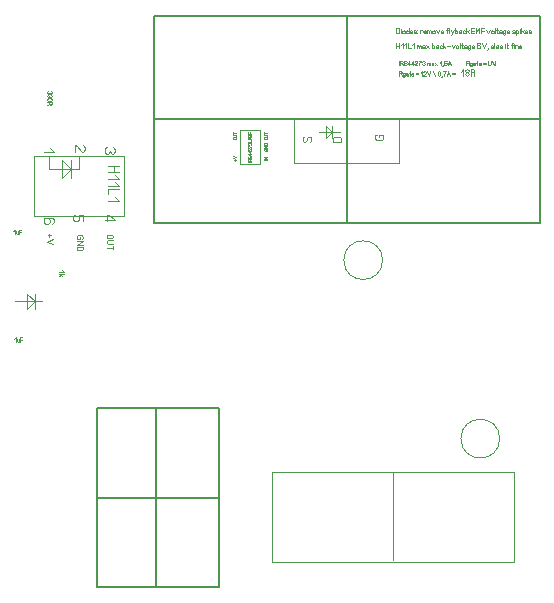
<source format=gbr>
%FSLAX32Y32*%
%MOMM*%
%LNBESTUECKUNG1*%
G71*
G01*
%ADD10C, 0.05*%
%ADD11C, 0.11*%
%ADD12C, 0.07*%
%ADD13C, 0.04*%
%ADD14C, 0.06*%
%ADD15C, 0.10*%
%ADD16C, 0.03*%
%ADD17C, 0.09*%
%ADD18C, 0.02*%
%ADD19C, 0.20*%
%LPD*%
G54D10*
X681Y3273D02*
X681Y3781D01*
X1443Y3781D01*
X1443Y3273D01*
X681Y3273D01*
G54D11*
X816Y3844D02*
X850Y3811D01*
X761Y3811D01*
G54D11*
X1023Y3815D02*
X1023Y3868D01*
X1028Y3868D01*
X1039Y3861D01*
X1073Y3821D01*
X1084Y3815D01*
X1095Y3815D01*
X1106Y3821D01*
X1112Y3835D01*
X1112Y3848D01*
X1106Y3861D01*
X1095Y3868D01*
G54D11*
X1349Y3852D02*
X1360Y3846D01*
X1366Y3832D01*
X1366Y3819D01*
X1360Y3806D01*
X1349Y3799D01*
X1338Y3799D01*
X1327Y3806D01*
X1321Y3819D01*
X1316Y3806D01*
X1304Y3799D01*
X1293Y3799D01*
X1282Y3806D01*
X1277Y3819D01*
X1277Y3832D01*
X1282Y3846D01*
X1293Y3852D01*
G54D11*
X1277Y3241D02*
X1366Y3241D01*
X1310Y3281D01*
X1299Y3281D01*
X1299Y3227D01*
G54D11*
X1096Y3227D02*
X1096Y3281D01*
X1057Y3281D01*
X1057Y3274D01*
X1062Y3261D01*
X1062Y3247D01*
X1057Y3234D01*
X1046Y3227D01*
X1023Y3227D01*
X1012Y3234D01*
X1007Y3247D01*
X1007Y3261D01*
X1012Y3274D01*
X1023Y3281D01*
G54D11*
X833Y3204D02*
X844Y3210D01*
X850Y3224D01*
X850Y3237D01*
X844Y3250D01*
X833Y3257D01*
X805Y3257D01*
X800Y3257D01*
X811Y3237D01*
X811Y3224D01*
X805Y3210D01*
X794Y3204D01*
X777Y3204D01*
X766Y3210D01*
X761Y3224D01*
X761Y3237D01*
X766Y3250D01*
X777Y3257D01*
X805Y3257D01*
G54D10*
X991Y3749D02*
X991Y3590D01*
G54D10*
X991Y3670D02*
X912Y3749D01*
X912Y3590D01*
X991Y3670D01*
G54D10*
X1062Y3781D02*
X1062Y3670D01*
G54D10*
X808Y3781D02*
X808Y3670D01*
X1062Y3670D01*
G54D12*
X1336Y3082D02*
X1303Y3082D01*
X1296Y3086D01*
X1293Y3094D01*
X1293Y3102D01*
X1296Y3110D01*
X1303Y3114D01*
X1336Y3114D01*
X1343Y3110D01*
X1346Y3102D01*
X1346Y3094D01*
X1343Y3086D01*
X1336Y3082D01*
G54D12*
X1346Y3067D02*
X1303Y3067D01*
X1296Y3063D01*
X1293Y3055D01*
X1293Y3047D01*
X1296Y3039D01*
X1303Y3035D01*
X1346Y3035D01*
G54D12*
X1293Y3004D02*
X1346Y3004D01*
G54D12*
X1346Y3020D02*
X1346Y2988D01*
G54D12*
X808Y3122D02*
X808Y3090D01*
G54D12*
X821Y3106D02*
X795Y3106D01*
G54D12*
X838Y3075D02*
X785Y3055D01*
X838Y3035D01*
G54D12*
X1065Y3090D02*
X1065Y3074D01*
X1049Y3074D01*
X1042Y3078D01*
X1039Y3086D01*
X1039Y3094D01*
X1042Y3102D01*
X1049Y3106D01*
X1082Y3106D01*
X1089Y3102D01*
X1092Y3094D01*
X1092Y3086D01*
X1089Y3078D01*
X1082Y3074D01*
G54D12*
X1039Y3059D02*
X1092Y3059D01*
X1039Y3027D01*
X1092Y3027D01*
G54D12*
X1039Y3012D02*
X1092Y3012D01*
X1092Y2992D01*
X1089Y2984D01*
X1082Y2980D01*
X1049Y2980D01*
X1042Y2984D01*
X1039Y2992D01*
X1039Y3012D01*
G54D11*
X1308Y3693D02*
X1397Y3693D01*
G54D11*
X1308Y3640D02*
X1397Y3640D01*
G54D11*
X1353Y3693D02*
X1353Y3640D01*
G54D11*
X1364Y3616D02*
X1397Y3583D01*
X1308Y3583D01*
G54D11*
X1364Y3559D02*
X1397Y3526D01*
X1308Y3526D01*
G54D11*
X1397Y3502D02*
X1308Y3502D01*
X1308Y3456D01*
G54D11*
X1364Y3431D02*
X1397Y3398D01*
X1308Y3398D01*
G54D12*
X687Y2487D02*
X687Y2614D01*
G54D12*
X520Y2551D02*
X743Y2551D01*
G54D12*
X687Y2551D02*
X623Y2487D01*
X623Y2614D01*
X687Y2551D01*
G54D13*
X821Y4328D02*
X826Y4326D01*
X828Y4320D01*
X828Y4315D01*
X826Y4310D01*
X821Y4307D01*
X817Y4307D01*
X813Y4310D01*
X810Y4315D01*
X808Y4310D01*
X804Y4307D01*
X799Y4307D01*
X795Y4310D01*
X793Y4315D01*
X793Y4320D01*
X795Y4326D01*
X799Y4328D01*
G54D13*
X821Y4297D02*
X826Y4295D01*
X828Y4289D01*
X828Y4284D01*
X826Y4279D01*
X821Y4276D01*
X817Y4276D01*
X813Y4279D01*
X810Y4284D01*
X808Y4279D01*
X804Y4276D01*
X799Y4276D01*
X795Y4279D01*
X793Y4284D01*
X793Y4289D01*
X795Y4295D01*
X799Y4297D01*
G54D13*
X821Y4245D02*
X799Y4245D01*
X795Y4248D01*
X793Y4253D01*
X793Y4258D01*
X795Y4264D01*
X799Y4266D01*
X821Y4266D01*
X826Y4264D01*
X828Y4258D01*
X828Y4253D01*
X826Y4248D01*
X821Y4245D01*
G54D13*
X810Y4225D02*
X806Y4217D01*
X801Y4214D01*
X793Y4214D01*
G54D13*
X793Y4235D02*
X828Y4235D01*
X828Y4222D01*
X826Y4217D01*
X821Y4214D01*
X817Y4214D01*
X813Y4217D01*
X810Y4222D01*
X810Y4235D01*
G54D14*
X3746Y4817D02*
X3746Y4862D01*
X3763Y4862D01*
X3770Y4859D01*
X3773Y4854D01*
X3773Y4826D01*
X3770Y4820D01*
X3763Y4817D01*
X3746Y4817D01*
G54D14*
X3786Y4817D02*
X3786Y4842D01*
G54D14*
X3786Y4851D02*
X3786Y4851D01*
G54D14*
X3818Y4824D02*
X3818Y4835D01*
X3814Y4841D01*
X3808Y4842D01*
X3801Y4841D01*
X3798Y4835D01*
X3798Y4824D01*
X3801Y4819D01*
X3808Y4817D01*
X3814Y4819D01*
X3818Y4824D01*
G54D14*
X3850Y4817D02*
X3850Y4862D01*
G54D14*
X3850Y4835D02*
X3846Y4841D01*
X3840Y4842D01*
X3833Y4841D01*
X3830Y4835D01*
X3830Y4824D01*
X3833Y4819D01*
X3840Y4817D01*
X3846Y4819D01*
X3850Y4824D01*
G54D14*
X3882Y4820D02*
X3876Y4817D01*
X3870Y4817D01*
X3863Y4820D01*
X3862Y4826D01*
X3862Y4835D01*
X3865Y4841D01*
X3872Y4842D01*
X3878Y4841D01*
X3882Y4837D01*
X3882Y4831D01*
X3862Y4831D01*
G54D14*
X3894Y4820D02*
X3900Y4817D01*
X3907Y4817D01*
X3914Y4820D01*
X3914Y4826D01*
X3910Y4829D01*
X3897Y4831D01*
X3894Y4834D01*
X3894Y4840D01*
X3900Y4842D01*
X3907Y4842D01*
X3914Y4840D01*
G54D14*
X3926Y4817D02*
X3926Y4817D01*
G54D14*
X3926Y4842D02*
X3926Y4842D01*
G54D14*
X3950Y4817D02*
X3950Y4842D01*
G54D14*
X3950Y4837D02*
X3957Y4842D01*
X3964Y4842D01*
G54D14*
X3996Y4820D02*
X3990Y4817D01*
X3984Y4817D01*
X3977Y4820D01*
X3976Y4826D01*
X3976Y4835D01*
X3979Y4841D01*
X3986Y4842D01*
X3992Y4841D01*
X3996Y4837D01*
X3996Y4831D01*
X3976Y4831D01*
G54D14*
X4008Y4817D02*
X4008Y4842D01*
G54D14*
X4008Y4838D02*
X4014Y4842D01*
X4021Y4841D01*
X4024Y4837D01*
X4024Y4817D01*
G54D14*
X4024Y4838D02*
X4031Y4842D01*
X4038Y4841D01*
X4041Y4837D01*
X4041Y4817D01*
G54D14*
X4072Y4824D02*
X4072Y4835D01*
X4069Y4841D01*
X4062Y4842D01*
X4056Y4841D01*
X4052Y4835D01*
X4052Y4824D01*
X4056Y4819D01*
X4062Y4817D01*
X4069Y4819D01*
X4072Y4824D01*
G54D14*
X4084Y4842D02*
X4098Y4817D01*
X4111Y4842D01*
G54D14*
X4144Y4820D02*
X4138Y4817D01*
X4132Y4817D01*
X4125Y4820D01*
X4124Y4826D01*
X4124Y4835D01*
X4127Y4841D01*
X4134Y4842D01*
X4140Y4841D01*
X4144Y4837D01*
X4144Y4831D01*
X4124Y4831D01*
G54D14*
X4175Y4817D02*
X4175Y4859D01*
X4178Y4862D01*
X4182Y4860D01*
G54D14*
X4168Y4842D02*
X4182Y4842D01*
G54D14*
X4194Y4817D02*
X4194Y4862D01*
G54D14*
X4206Y4842D02*
X4219Y4817D01*
X4232Y4842D01*
G54D14*
X4219Y4817D02*
X4216Y4809D01*
X4212Y4806D01*
X4209Y4806D01*
G54D14*
X4244Y4817D02*
X4244Y4862D01*
G54D14*
X4244Y4835D02*
X4248Y4841D01*
X4254Y4842D01*
X4261Y4841D01*
X4264Y4835D01*
X4264Y4824D01*
X4261Y4819D01*
X4254Y4817D01*
X4248Y4819D01*
X4244Y4824D01*
G54D14*
X4276Y4840D02*
X4283Y4842D01*
X4291Y4842D01*
X4296Y4837D01*
X4296Y4817D01*
G54D14*
X4296Y4826D02*
X4293Y4831D01*
X4286Y4832D01*
X4280Y4831D01*
X4276Y4826D01*
X4278Y4820D01*
X4283Y4817D01*
X4286Y4817D01*
X4288Y4817D01*
X4293Y4820D01*
X4296Y4826D01*
G54D14*
X4325Y4841D02*
X4318Y4842D01*
X4312Y4841D01*
X4308Y4835D01*
X4308Y4824D01*
X4312Y4819D01*
X4318Y4817D01*
X4325Y4819D01*
G54D14*
X4338Y4817D02*
X4338Y4862D01*
G54D14*
X4348Y4834D02*
X4358Y4817D01*
G54D14*
X4338Y4829D02*
X4358Y4842D01*
G54D14*
X4406Y4817D02*
X4382Y4817D01*
X4382Y4862D01*
X4406Y4862D01*
G54D14*
X4382Y4840D02*
X4406Y4840D01*
G54D14*
X4418Y4817D02*
X4418Y4862D01*
X4434Y4834D01*
X4451Y4862D01*
X4451Y4817D01*
G54D14*
X4462Y4817D02*
X4462Y4862D01*
X4486Y4862D01*
G54D14*
X4462Y4840D02*
X4486Y4840D01*
G54D14*
X4510Y4842D02*
X4524Y4817D01*
X4537Y4842D01*
G54D14*
X4570Y4824D02*
X4570Y4835D01*
X4566Y4841D01*
X4560Y4842D01*
X4553Y4841D01*
X4550Y4835D01*
X4550Y4824D01*
X4553Y4819D01*
X4560Y4817D01*
X4566Y4819D01*
X4570Y4824D01*
G54D14*
X4582Y4817D02*
X4582Y4862D01*
G54D14*
X4600Y4862D02*
X4600Y4820D01*
X4604Y4817D01*
X4607Y4819D01*
G54D14*
X4594Y4842D02*
X4607Y4842D01*
G54D14*
X4618Y4840D02*
X4625Y4842D01*
X4633Y4842D01*
X4638Y4837D01*
X4638Y4817D01*
G54D14*
X4638Y4826D02*
X4635Y4831D01*
X4628Y4832D01*
X4622Y4831D01*
X4618Y4826D01*
X4620Y4820D01*
X4625Y4817D01*
X4628Y4817D01*
X4630Y4817D01*
X4635Y4820D01*
X4638Y4826D01*
G54D14*
X4650Y4809D02*
X4657Y4806D01*
X4662Y4806D01*
X4668Y4809D01*
X4670Y4815D01*
X4670Y4842D01*
G54D14*
X4670Y4835D02*
X4667Y4841D01*
X4660Y4842D01*
X4654Y4841D01*
X4650Y4835D01*
X4650Y4824D01*
X4654Y4819D01*
X4660Y4817D01*
X4667Y4819D01*
X4670Y4824D01*
G54D14*
X4702Y4820D02*
X4697Y4817D01*
X4690Y4817D01*
X4684Y4820D01*
X4682Y4826D01*
X4682Y4835D01*
X4686Y4841D01*
X4692Y4842D01*
X4699Y4841D01*
X4702Y4837D01*
X4702Y4831D01*
X4682Y4831D01*
G54D14*
X4728Y4820D02*
X4734Y4817D01*
X4741Y4817D01*
X4748Y4820D01*
X4748Y4826D01*
X4744Y4829D01*
X4731Y4831D01*
X4728Y4834D01*
X4728Y4840D01*
X4734Y4842D01*
X4741Y4842D01*
X4748Y4840D01*
G54D14*
X4760Y4842D02*
X4760Y4806D01*
G54D14*
X4760Y4826D02*
X4763Y4819D01*
X4770Y4817D01*
X4776Y4819D01*
X4780Y4824D01*
X4780Y4835D01*
X4776Y4841D01*
X4770Y4842D01*
X4763Y4841D01*
X4760Y4834D01*
G54D14*
X4792Y4817D02*
X4792Y4842D01*
G54D14*
X4792Y4851D02*
X4792Y4851D01*
G54D14*
X4804Y4817D02*
X4804Y4862D01*
G54D14*
X4814Y4834D02*
X4824Y4817D01*
G54D14*
X4804Y4829D02*
X4824Y4842D01*
G54D14*
X4856Y4820D02*
X4850Y4817D01*
X4844Y4817D01*
X4837Y4820D01*
X4836Y4826D01*
X4836Y4835D01*
X4839Y4841D01*
X4846Y4842D01*
X4852Y4841D01*
X4856Y4837D01*
X4856Y4831D01*
X4836Y4831D01*
G54D14*
X4868Y4820D02*
X4874Y4817D01*
X4881Y4817D01*
X4888Y4820D01*
X4888Y4826D01*
X4884Y4829D01*
X4871Y4831D01*
X4868Y4834D01*
X4868Y4840D01*
X4874Y4842D01*
X4881Y4842D01*
X4888Y4840D01*
G54D14*
X3746Y4690D02*
X3746Y4735D01*
G54D14*
X3773Y4690D02*
X3773Y4735D01*
G54D14*
X3746Y4713D02*
X3773Y4713D01*
G54D14*
X3786Y4718D02*
X3802Y4735D01*
X3802Y4690D01*
G54D14*
X3814Y4718D02*
X3831Y4735D01*
X3831Y4690D01*
G54D14*
X3844Y4735D02*
X3844Y4690D01*
X3867Y4690D01*
G54D14*
X3878Y4718D02*
X3895Y4735D01*
X3895Y4690D01*
G54D14*
X3920Y4690D02*
X3920Y4715D01*
G54D14*
X3920Y4711D02*
X3927Y4715D01*
X3934Y4714D01*
X3937Y4710D01*
X3937Y4690D01*
G54D14*
X3937Y4711D02*
X3944Y4715D01*
X3950Y4714D01*
X3954Y4710D01*
X3954Y4690D01*
G54D14*
X3966Y4713D02*
X3972Y4715D01*
X3980Y4715D01*
X3986Y4710D01*
X3986Y4690D01*
G54D14*
X3986Y4699D02*
X3982Y4704D01*
X3976Y4705D01*
X3969Y4704D01*
X3966Y4699D01*
X3967Y4693D01*
X3972Y4690D01*
X3976Y4690D01*
X3977Y4690D01*
X3982Y4693D01*
X3986Y4699D01*
G54D14*
X3998Y4715D02*
X4024Y4690D01*
G54D14*
X3998Y4690D02*
X4024Y4715D01*
G54D14*
X4050Y4690D02*
X4050Y4735D01*
G54D14*
X4050Y4708D02*
X4053Y4714D01*
X4060Y4715D01*
X4066Y4714D01*
X4070Y4708D01*
X4070Y4697D01*
X4066Y4692D01*
X4060Y4690D01*
X4053Y4692D01*
X4050Y4697D01*
G54D14*
X4082Y4713D02*
X4088Y4715D01*
X4096Y4715D01*
X4102Y4710D01*
X4102Y4690D01*
G54D14*
X4102Y4699D02*
X4098Y4704D01*
X4092Y4705D01*
X4085Y4704D01*
X4082Y4699D01*
X4083Y4693D01*
X4088Y4690D01*
X4092Y4690D01*
X4093Y4690D01*
X4098Y4693D01*
X4102Y4699D01*
G54D14*
X4130Y4714D02*
X4124Y4715D01*
X4117Y4714D01*
X4114Y4708D01*
X4114Y4697D01*
X4117Y4692D01*
X4124Y4690D01*
X4130Y4692D01*
G54D14*
X4142Y4690D02*
X4142Y4735D01*
G54D14*
X4152Y4707D02*
X4162Y4690D01*
G54D14*
X4142Y4702D02*
X4162Y4715D01*
G54D14*
X4174Y4710D02*
X4201Y4710D01*
G54D14*
X4214Y4715D02*
X4227Y4690D01*
X4240Y4715D01*
G54D14*
X4272Y4697D02*
X4272Y4708D01*
X4269Y4714D01*
X4262Y4715D01*
X4256Y4714D01*
X4252Y4708D01*
X4252Y4697D01*
X4256Y4692D01*
X4262Y4690D01*
X4269Y4692D01*
X4272Y4697D01*
G54D14*
X4284Y4690D02*
X4284Y4735D01*
G54D14*
X4303Y4735D02*
X4303Y4693D01*
X4306Y4690D01*
X4310Y4692D01*
G54D14*
X4296Y4715D02*
X4310Y4715D01*
G54D14*
X4322Y4713D02*
X4328Y4715D01*
X4336Y4715D01*
X4342Y4710D01*
X4342Y4690D01*
G54D14*
X4342Y4699D02*
X4338Y4704D01*
X4332Y4705D01*
X4325Y4704D01*
X4322Y4699D01*
X4323Y4693D01*
X4328Y4690D01*
X4332Y4690D01*
X4333Y4690D01*
X4338Y4693D01*
X4342Y4699D01*
G54D14*
X4354Y4682D02*
X4360Y4679D01*
X4365Y4679D01*
X4372Y4682D01*
X4374Y4688D01*
X4374Y4715D01*
G54D14*
X4374Y4708D02*
X4370Y4714D01*
X4364Y4715D01*
X4357Y4714D01*
X4354Y4708D01*
X4354Y4697D01*
X4357Y4692D01*
X4364Y4690D01*
X4370Y4692D01*
X4374Y4697D01*
G54D14*
X4406Y4693D02*
X4400Y4690D01*
X4394Y4690D01*
X4387Y4693D01*
X4386Y4699D01*
X4386Y4708D01*
X4389Y4714D01*
X4396Y4715D01*
X4402Y4714D01*
X4406Y4710D01*
X4406Y4704D01*
X4386Y4704D01*
G54D14*
X4457Y4727D02*
X4454Y4732D01*
X4447Y4735D01*
X4440Y4735D01*
X4434Y4732D01*
X4430Y4727D01*
X4430Y4713D01*
X4430Y4710D01*
X4440Y4715D01*
X4447Y4715D01*
X4454Y4713D01*
X4457Y4707D01*
X4457Y4699D01*
X4454Y4693D01*
X4447Y4690D01*
X4440Y4690D01*
X4434Y4693D01*
X4430Y4699D01*
X4430Y4713D01*
G54D14*
X4470Y4735D02*
X4486Y4690D01*
X4503Y4735D01*
G54D14*
X4521Y4690D02*
X4521Y4685D01*
X4518Y4679D01*
X4514Y4679D01*
G54D14*
X4566Y4693D02*
X4561Y4690D01*
X4554Y4690D01*
X4548Y4693D01*
X4546Y4699D01*
X4546Y4708D01*
X4550Y4714D01*
X4556Y4715D01*
X4563Y4714D01*
X4566Y4710D01*
X4566Y4704D01*
X4546Y4704D01*
G54D14*
X4578Y4690D02*
X4578Y4735D01*
G54D14*
X4590Y4693D02*
X4597Y4690D01*
X4604Y4690D01*
X4610Y4693D01*
X4610Y4699D01*
X4607Y4702D01*
X4594Y4704D01*
X4590Y4707D01*
X4590Y4713D01*
X4597Y4715D01*
X4604Y4715D01*
X4610Y4713D01*
G54D14*
X4642Y4693D02*
X4637Y4690D01*
X4630Y4690D01*
X4624Y4693D01*
X4622Y4699D01*
X4622Y4708D01*
X4626Y4714D01*
X4632Y4715D01*
X4639Y4714D01*
X4642Y4710D01*
X4642Y4704D01*
X4622Y4704D01*
G54D14*
X4668Y4690D02*
X4668Y4715D01*
G54D14*
X4668Y4724D02*
X4668Y4724D01*
G54D14*
X4686Y4735D02*
X4686Y4693D01*
X4690Y4690D01*
X4693Y4692D01*
G54D14*
X4680Y4715D02*
X4693Y4715D01*
G54D14*
X4724Y4690D02*
X4724Y4732D01*
X4728Y4735D01*
X4731Y4733D01*
G54D14*
X4718Y4715D02*
X4731Y4715D01*
G54D14*
X4742Y4690D02*
X4742Y4715D01*
G54D14*
X4742Y4724D02*
X4742Y4724D01*
G54D14*
X4754Y4690D02*
X4754Y4715D01*
G54D14*
X4754Y4710D02*
X4761Y4715D01*
X4768Y4715D01*
G54D14*
X4800Y4693D02*
X4794Y4690D01*
X4788Y4690D01*
X4781Y4693D01*
X4780Y4699D01*
X4780Y4708D01*
X4783Y4714D01*
X4790Y4715D01*
X4796Y4714D01*
X4800Y4710D01*
X4800Y4704D01*
X4780Y4704D01*
G54D14*
X916Y2812D02*
X932Y2796D01*
X888Y2796D01*
G54D14*
X888Y2783D02*
X932Y2783D01*
G54D14*
X904Y2773D02*
X888Y2763D01*
G54D14*
X899Y2783D02*
X913Y2763D01*
G54D13*
X505Y3143D02*
X519Y3156D01*
X519Y3120D01*
G54D13*
X544Y3140D02*
X544Y3120D01*
G54D13*
X544Y3125D02*
X542Y3121D01*
X536Y3120D01*
X531Y3121D01*
X528Y3125D01*
X528Y3140D01*
G54D13*
X554Y3120D02*
X554Y3156D01*
X573Y3156D01*
G54D13*
X554Y3138D02*
X573Y3138D01*
G54D15*
X2420Y3713D02*
X2595Y3713D01*
X2595Y3999D01*
X2420Y3999D01*
X2420Y3713D01*
G54D16*
X2381Y3739D02*
X2381Y3755D01*
G54D16*
X2374Y3747D02*
X2388Y3747D01*
G54D16*
X2366Y3762D02*
X2393Y3772D01*
X2366Y3782D01*
G54D16*
X2371Y3937D02*
X2388Y3937D01*
X2391Y3935D01*
X2393Y3931D01*
X2393Y3927D01*
X2391Y3923D01*
X2388Y3921D01*
X2371Y3921D01*
X2368Y3923D01*
X2366Y3927D01*
X2366Y3931D01*
X2368Y3935D01*
X2371Y3937D01*
G54D16*
X2366Y3944D02*
X2388Y3944D01*
X2391Y3946D01*
X2393Y3950D01*
X2393Y3954D01*
X2391Y3958D01*
X2388Y3960D01*
X2366Y3960D01*
G54D16*
X2393Y3975D02*
X2366Y3975D01*
G54D16*
X2366Y3967D02*
X2366Y3983D01*
G54D16*
X2655Y3749D02*
X2628Y3749D01*
G54D16*
X2655Y3756D02*
X2628Y3756D01*
X2655Y3772D01*
X2628Y3772D01*
G54D16*
X2641Y3833D02*
X2641Y3841D01*
X2650Y3841D01*
X2653Y3839D01*
X2655Y3835D01*
X2655Y3831D01*
X2653Y3827D01*
X2650Y3825D01*
X2633Y3825D01*
X2630Y3827D01*
X2628Y3831D01*
X2628Y3835D01*
X2630Y3839D01*
X2633Y3841D01*
G54D16*
X2655Y3848D02*
X2628Y3848D01*
X2655Y3864D01*
X2628Y3864D01*
G54D16*
X2655Y3871D02*
X2628Y3871D01*
X2628Y3881D01*
X2630Y3885D01*
X2633Y3887D01*
X2650Y3887D01*
X2653Y3885D01*
X2655Y3881D01*
X2655Y3871D01*
G54D16*
X2633Y3937D02*
X2650Y3937D01*
X2653Y3935D01*
X2655Y3931D01*
X2655Y3927D01*
X2653Y3923D01*
X2650Y3921D01*
X2633Y3921D01*
X2630Y3923D01*
X2628Y3927D01*
X2628Y3931D01*
X2630Y3935D01*
X2633Y3937D01*
G54D16*
X2628Y3944D02*
X2650Y3944D01*
X2653Y3946D01*
X2655Y3950D01*
X2655Y3954D01*
X2653Y3958D01*
X2650Y3960D01*
X2628Y3960D01*
G54D16*
X2655Y3975D02*
X2628Y3975D01*
G54D16*
X2628Y3967D02*
X2628Y3983D01*
G54D15*
X2881Y4096D02*
X2881Y3716D01*
X3771Y3716D01*
X3771Y4096D01*
X2881Y4096D01*
G54D17*
X3601Y3938D02*
X3601Y3960D01*
X3624Y3960D01*
X3633Y3954D01*
X3637Y3944D01*
X3637Y3933D01*
X3633Y3922D01*
X3624Y3917D01*
X3579Y3917D01*
X3570Y3922D01*
X3566Y3933D01*
X3566Y3944D01*
X3570Y3954D01*
X3579Y3960D01*
G54D17*
X3280Y3897D02*
X3209Y3897D01*
X3209Y3924D01*
X3213Y3934D01*
X3222Y3940D01*
X3267Y3940D01*
X3276Y3934D01*
X3280Y3924D01*
X3280Y3897D01*
G54D17*
X3013Y3901D02*
X3022Y3906D01*
X3026Y3917D01*
X3026Y3928D01*
X3022Y3938D01*
X3013Y3944D01*
X3004Y3944D01*
X2995Y3938D01*
X2990Y3928D01*
X2990Y3917D01*
X2986Y3906D01*
X2977Y3901D01*
X2968Y3901D01*
X2959Y3906D01*
X2955Y3917D01*
X2955Y3928D01*
X2959Y3938D01*
X2968Y3944D01*
G54D18*
X3154Y3935D02*
X3154Y4030D01*
X3202Y3982D01*
X3154Y3935D01*
G54D18*
X3202Y3935D02*
X3202Y4030D01*
G54D18*
X3273Y3982D02*
X3090Y3982D01*
G54D16*
X2518Y3730D02*
X2492Y3730D01*
G54D16*
X2505Y3745D02*
X2508Y3751D01*
X2512Y3753D01*
X2518Y3753D01*
G54D16*
X2518Y3737D02*
X2492Y3737D01*
X2492Y3747D01*
X2493Y3751D01*
X2497Y3753D01*
X2500Y3753D01*
X2503Y3751D01*
X2505Y3747D01*
X2505Y3737D01*
G54D16*
X2513Y3760D02*
X2517Y3762D01*
X2518Y3766D01*
X2518Y3770D01*
X2517Y3774D01*
X2513Y3776D01*
X2510Y3776D01*
X2507Y3774D01*
X2505Y3770D01*
X2505Y3766D01*
X2503Y3762D01*
X2500Y3760D01*
X2497Y3760D01*
X2493Y3762D01*
X2492Y3766D01*
X2492Y3770D01*
X2493Y3774D01*
X2497Y3776D01*
G54D16*
X2518Y3795D02*
X2492Y3795D01*
X2508Y3783D01*
X2512Y3783D01*
X2512Y3799D01*
G54D16*
X2518Y3818D02*
X2492Y3818D01*
X2508Y3806D01*
X2512Y3806D01*
X2512Y3822D01*
G54D16*
X2518Y3845D02*
X2518Y3829D01*
X2517Y3829D01*
X2513Y3831D01*
X2503Y3843D01*
X2500Y3845D01*
X2497Y3845D01*
X2493Y3843D01*
X2492Y3839D01*
X2492Y3835D01*
X2493Y3831D01*
X2497Y3829D01*
G54D16*
X2492Y3852D02*
X2492Y3868D01*
X2495Y3866D01*
X2500Y3862D01*
X2507Y3858D01*
X2512Y3856D01*
X2518Y3856D01*
G54D16*
X2497Y3875D02*
X2493Y3877D01*
X2492Y3881D01*
X2492Y3885D01*
X2493Y3889D01*
X2497Y3891D01*
X2500Y3891D01*
X2503Y3889D01*
X2505Y3885D01*
X2507Y3889D01*
X2510Y3891D01*
X2513Y3891D01*
X2517Y3889D01*
X2518Y3885D01*
X2518Y3881D01*
X2517Y3877D01*
X2513Y3875D01*
G54D16*
X2492Y3898D02*
X2518Y3898D01*
X2518Y3912D01*
G54D16*
X2518Y3919D02*
X2492Y3919D01*
X2492Y3929D01*
X2493Y3933D01*
X2497Y3935D01*
X2500Y3935D01*
X2503Y3933D01*
X2505Y3929D01*
X2505Y3919D01*
G54D16*
X2518Y3942D02*
X2492Y3942D01*
X2492Y3952D01*
X2493Y3956D01*
X2497Y3958D01*
X2500Y3958D01*
X2503Y3956D01*
X2505Y3952D01*
X2507Y3956D01*
X2510Y3958D01*
X2513Y3958D01*
X2517Y3956D01*
X2518Y3952D01*
X2518Y3942D01*
G54D16*
X2505Y3942D02*
X2505Y3952D01*
G54D16*
X2518Y3965D02*
X2492Y3965D01*
X2492Y3979D01*
G54D16*
X2505Y3965D02*
X2505Y3979D01*
G54D13*
X3770Y4548D02*
X3770Y4583D01*
G54D13*
X3791Y4565D02*
X3799Y4561D01*
X3802Y4556D01*
X3802Y4548D01*
G54D13*
X3780Y4548D02*
X3780Y4583D01*
X3794Y4583D01*
X3799Y4581D01*
X3802Y4576D01*
X3802Y4572D01*
X3799Y4568D01*
X3794Y4565D01*
X3780Y4565D01*
G54D13*
X3811Y4554D02*
X3814Y4550D01*
X3819Y4548D01*
X3825Y4548D01*
X3830Y4550D01*
X3833Y4554D01*
X3833Y4559D01*
X3830Y4563D01*
X3825Y4565D01*
X3819Y4565D01*
X3814Y4568D01*
X3811Y4572D01*
X3811Y4576D01*
X3814Y4581D01*
X3819Y4583D01*
X3825Y4583D01*
X3830Y4581D01*
X3833Y4576D01*
G54D13*
X3858Y4548D02*
X3858Y4583D01*
X3842Y4561D01*
X3842Y4556D01*
X3864Y4556D01*
G54D13*
X3889Y4548D02*
X3889Y4583D01*
X3873Y4561D01*
X3873Y4556D01*
X3895Y4556D01*
G54D13*
X3926Y4548D02*
X3904Y4548D01*
X3904Y4550D01*
X3907Y4554D01*
X3923Y4568D01*
X3926Y4572D01*
X3926Y4576D01*
X3923Y4581D01*
X3918Y4583D01*
X3912Y4583D01*
X3907Y4581D01*
X3904Y4576D01*
G54D13*
X3935Y4583D02*
X3957Y4583D01*
X3954Y4579D01*
X3949Y4572D01*
X3943Y4563D01*
X3941Y4556D01*
X3941Y4548D01*
G54D13*
X3966Y4576D02*
X3969Y4581D01*
X3974Y4583D01*
X3980Y4583D01*
X3985Y4581D01*
X3988Y4576D01*
X3988Y4572D01*
X3985Y4568D01*
X3980Y4565D01*
X3985Y4563D01*
X3988Y4559D01*
X3988Y4554D01*
X3985Y4550D01*
X3980Y4548D01*
X3974Y4548D01*
X3969Y4550D01*
X3966Y4554D01*
G54D13*
X4008Y4548D02*
X4008Y4568D01*
G54D13*
X4008Y4564D02*
X4014Y4568D01*
X4019Y4566D01*
X4022Y4563D01*
X4022Y4548D01*
G54D13*
X4022Y4564D02*
X4027Y4568D01*
X4032Y4566D01*
X4035Y4563D01*
X4035Y4548D01*
G54D13*
X4045Y4565D02*
X4051Y4568D01*
X4057Y4568D01*
X4061Y4563D01*
X4061Y4548D01*
G54D13*
X4061Y4554D02*
X4059Y4559D01*
X4053Y4560D01*
X4048Y4559D01*
X4045Y4554D01*
X4046Y4550D01*
X4051Y4548D01*
X4053Y4548D01*
X4054Y4548D01*
X4059Y4550D01*
X4061Y4554D01*
G54D13*
X4071Y4568D02*
X4093Y4548D01*
G54D13*
X4071Y4548D02*
X4093Y4568D01*
G54D13*
X4113Y4570D02*
X4127Y4583D01*
X4127Y4548D01*
G54D13*
X4142Y4548D02*
X4142Y4543D01*
X4139Y4539D01*
X4136Y4539D01*
G54D13*
X4173Y4583D02*
X4151Y4583D01*
X4151Y4568D01*
X4154Y4568D01*
X4159Y4570D01*
X4165Y4570D01*
X4170Y4568D01*
X4173Y4563D01*
X4173Y4554D01*
X4170Y4550D01*
X4165Y4548D01*
X4159Y4548D01*
X4154Y4550D01*
X4151Y4554D01*
G54D13*
X4182Y4548D02*
X4196Y4583D01*
X4209Y4548D01*
G54D13*
X4188Y4561D02*
X4204Y4561D01*
G54D13*
X4351Y4565D02*
X4359Y4561D01*
X4362Y4556D01*
X4362Y4548D01*
G54D13*
X4340Y4548D02*
X4340Y4583D01*
X4354Y4583D01*
X4359Y4581D01*
X4362Y4576D01*
X4362Y4572D01*
X4359Y4568D01*
X4354Y4565D01*
X4340Y4565D01*
G54D13*
X4371Y4541D02*
X4377Y4539D01*
X4380Y4539D01*
X4386Y4541D01*
X4387Y4545D01*
X4387Y4568D01*
G54D13*
X4387Y4562D02*
X4385Y4566D01*
X4379Y4568D01*
X4374Y4566D01*
X4371Y4562D01*
X4371Y4553D01*
X4374Y4548D01*
X4379Y4548D01*
X4385Y4548D01*
X4387Y4553D01*
G54D13*
X4397Y4565D02*
X4403Y4568D01*
X4409Y4568D01*
X4413Y4563D01*
X4413Y4548D01*
G54D13*
X4413Y4554D02*
X4411Y4559D01*
X4405Y4560D01*
X4400Y4559D01*
X4397Y4554D01*
X4398Y4550D01*
X4403Y4548D01*
X4405Y4548D01*
X4406Y4548D01*
X4411Y4550D01*
X4413Y4554D01*
G54D13*
X4429Y4583D02*
X4429Y4550D01*
X4431Y4548D01*
X4434Y4548D01*
G54D13*
X4423Y4568D02*
X4434Y4568D01*
G54D13*
X4460Y4550D02*
X4456Y4548D01*
X4451Y4548D01*
X4445Y4550D01*
X4444Y4554D01*
X4444Y4562D01*
X4447Y4566D01*
X4452Y4568D01*
X4458Y4566D01*
X4460Y4563D01*
X4460Y4559D01*
X4444Y4559D01*
G54D13*
X4481Y4568D02*
X4503Y4568D01*
G54D13*
X4481Y4559D02*
X4503Y4559D01*
G54D13*
X4523Y4583D02*
X4523Y4554D01*
X4526Y4550D01*
X4531Y4548D01*
X4537Y4548D01*
X4542Y4550D01*
X4545Y4554D01*
X4545Y4583D01*
G54D13*
X4576Y4548D02*
X4554Y4583D01*
G54D13*
X4585Y4548D02*
X4585Y4583D01*
G54D13*
X3781Y4478D02*
X3789Y4474D01*
X3792Y4469D01*
X3792Y4460D01*
G54D13*
X3770Y4460D02*
X3770Y4496D01*
X3784Y4496D01*
X3789Y4494D01*
X3792Y4489D01*
X3792Y4485D01*
X3789Y4480D01*
X3784Y4478D01*
X3770Y4478D01*
G54D13*
X3801Y4454D02*
X3807Y4451D01*
X3810Y4451D01*
X3816Y4454D01*
X3817Y4458D01*
X3817Y4480D01*
G54D13*
X3817Y4474D02*
X3815Y4479D01*
X3809Y4480D01*
X3804Y4479D01*
X3801Y4474D01*
X3801Y4466D01*
X3804Y4461D01*
X3809Y4460D01*
X3815Y4461D01*
X3817Y4466D01*
G54D13*
X3827Y4478D02*
X3833Y4480D01*
X3839Y4480D01*
X3843Y4476D01*
X3843Y4460D01*
G54D13*
X3843Y4467D02*
X3841Y4471D01*
X3835Y4472D01*
X3830Y4471D01*
X3827Y4467D01*
X3828Y4462D01*
X3833Y4460D01*
X3835Y4460D01*
X3836Y4460D01*
X3841Y4462D01*
X3843Y4467D01*
G54D13*
X3859Y4496D02*
X3859Y4462D01*
X3861Y4460D01*
X3864Y4461D01*
G54D13*
X3853Y4480D02*
X3864Y4480D01*
G54D13*
X3890Y4462D02*
X3886Y4460D01*
X3881Y4460D01*
X3875Y4462D01*
X3874Y4467D01*
X3874Y4474D01*
X3877Y4479D01*
X3882Y4480D01*
X3888Y4479D01*
X3890Y4476D01*
X3890Y4471D01*
X3874Y4471D01*
G54D13*
X3911Y4480D02*
X3933Y4480D01*
G54D13*
X3911Y4471D02*
X3933Y4471D01*
G54D13*
X3953Y4482D02*
X3967Y4496D01*
X3967Y4460D01*
G54D13*
X3998Y4460D02*
X3976Y4460D01*
X3976Y4462D01*
X3979Y4467D01*
X3995Y4480D01*
X3998Y4485D01*
X3998Y4489D01*
X3995Y4494D01*
X3990Y4496D01*
X3984Y4496D01*
X3979Y4494D01*
X3976Y4489D01*
G54D13*
X4007Y4496D02*
X4021Y4460D01*
X4034Y4496D01*
G54D13*
X4077Y4460D02*
X4055Y4496D01*
G54D13*
X4119Y4489D02*
X4119Y4467D01*
X4116Y4462D01*
X4111Y4460D01*
X4105Y4460D01*
X4100Y4462D01*
X4097Y4467D01*
X4097Y4489D01*
X4100Y4494D01*
X4105Y4496D01*
X4111Y4496D01*
X4116Y4494D01*
X4119Y4489D01*
G54D13*
X4134Y4460D02*
X4134Y4456D01*
X4131Y4451D01*
X4128Y4451D01*
G54D13*
X4143Y4496D02*
X4165Y4496D01*
X4162Y4491D01*
X4157Y4485D01*
X4151Y4476D01*
X4149Y4469D01*
X4149Y4460D01*
G54D13*
X4174Y4460D02*
X4188Y4496D01*
X4201Y4460D01*
G54D13*
X4180Y4474D02*
X4196Y4474D01*
G54D13*
X4222Y4480D02*
X4244Y4480D01*
G54D13*
X4222Y4471D02*
X4244Y4471D01*
G54D16*
G75*
G01X3302Y2897D02*
G03X3302Y2897I164J0D01*
G01*
G54D19*
X3326Y4151D02*
X3326Y3293D01*
G54D12*
X4294Y4494D02*
X4314Y4514D01*
X4314Y4460D01*
G54D12*
X4349Y4487D02*
X4341Y4487D01*
X4333Y4490D01*
X4329Y4497D01*
X4329Y4504D01*
X4333Y4510D01*
X4341Y4514D01*
X4349Y4514D01*
X4357Y4510D01*
X4361Y4504D01*
X4361Y4497D01*
X4357Y4490D01*
X4349Y4487D01*
X4357Y4484D01*
X4361Y4477D01*
X4361Y4470D01*
X4357Y4464D01*
X4349Y4460D01*
X4341Y4460D01*
X4333Y4464D01*
X4329Y4470D01*
X4329Y4477D01*
X4333Y4484D01*
X4341Y4487D01*
G54D12*
X4392Y4487D02*
X4404Y4480D01*
X4408Y4474D01*
X4408Y4460D01*
G54D12*
X4376Y4460D02*
X4376Y4514D01*
X4396Y4514D01*
X4404Y4510D01*
X4408Y4504D01*
X4408Y4497D01*
X4404Y4490D01*
X4396Y4487D01*
X4376Y4487D01*
G54D15*
X2691Y1103D02*
X4739Y1103D01*
G54D15*
X3715Y1103D02*
X3715Y357D01*
G54D15*
X2691Y1103D02*
X2691Y341D01*
G54D15*
X4739Y1103D02*
X4739Y341D01*
G54D15*
X4739Y341D02*
X2691Y341D01*
G54D19*
X1214Y126D02*
X2246Y126D01*
G54D19*
X2246Y126D02*
X2246Y1642D01*
G54D19*
X1214Y126D02*
X1214Y1642D01*
G54D19*
X1214Y1642D02*
X2246Y1642D01*
G54D19*
X1214Y880D02*
X2246Y880D01*
G54D19*
X1714Y1642D02*
X1714Y126D01*
G54D19*
X4961Y4968D02*
X4961Y3214D01*
G54D19*
X4961Y3214D02*
X1699Y3214D01*
G54D19*
X4961Y4968D02*
X1699Y4968D01*
G54D19*
X1699Y4968D02*
X1699Y3214D01*
G54D19*
X4961Y4095D02*
X1699Y4095D01*
G54D19*
X3326Y4968D02*
X3326Y3214D01*
G54D16*
G75*
G01X4294Y1386D02*
G03X4294Y1386I164J0D01*
G01*
G54D13*
X513Y2230D02*
X527Y2243D01*
X527Y2208D01*
G54D13*
X552Y2228D02*
X552Y2208D01*
G54D13*
X552Y2212D02*
X550Y2209D01*
X544Y2208D01*
X539Y2209D01*
X536Y2212D01*
X536Y2228D01*
G54D13*
X562Y2208D02*
X562Y2243D01*
X581Y2243D01*
G54D13*
X562Y2225D02*
X581Y2225D01*
M02*

</source>
